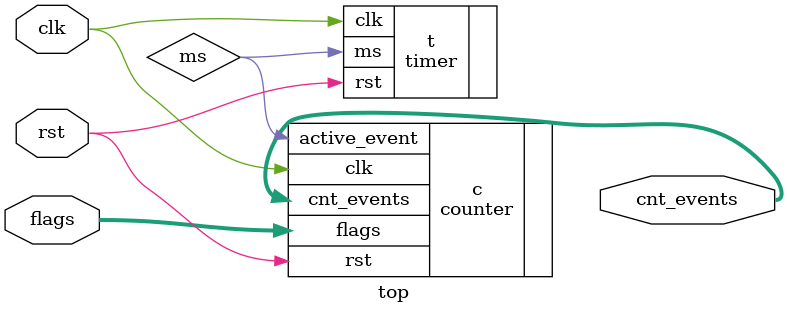
<source format=sv>

module top(input clk, input rst, input [7:0] flags, output [15:0] cnt_events);
  reg ms;
  timer t(.clk(clk), .rst(rst), .ms(ms));
  counter c(.clk(clk), .rst(rst), .active_event(ms), .flags(flags), 
            .cnt_events(cnt_events));
endmodule
</source>
